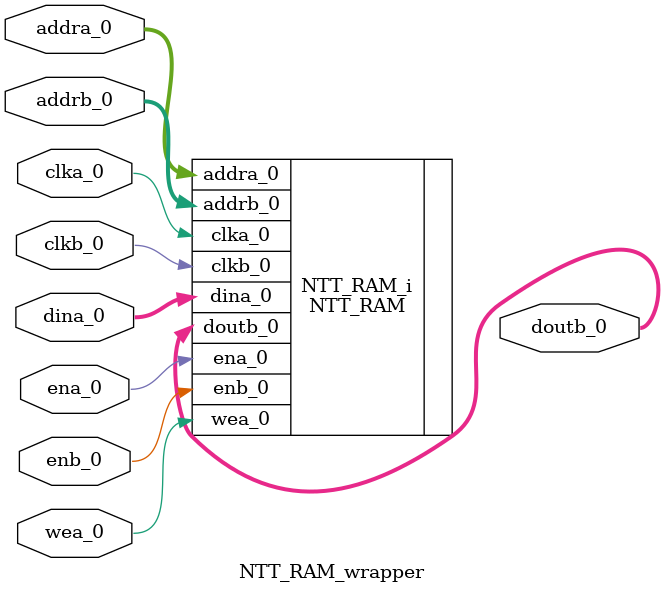
<source format=v>
`timescale 1 ps / 1 ps

module NTT_RAM_wrapper
   (addra_0,
    addrb_0,
    clka_0,
    clkb_0,
    dina_0,
    doutb_0,
    ena_0,
    enb_0,
    wea_0);
  input [4:0]addra_0;
  input [4:0]addrb_0;
  input clka_0;
  input clkb_0;
  input [95:0]dina_0;
  output [95:0]doutb_0;
  input ena_0;
  input enb_0;
  input [0:0]wea_0;

  wire [4:0]addra_0;
  wire [4:0]addrb_0;
  wire clka_0;
  wire clkb_0;
  wire [95:0]dina_0;
  wire [95:0]doutb_0;
  wire ena_0;
  wire enb_0;
  wire [0:0]wea_0;

  NTT_RAM NTT_RAM_i
       (.addra_0(addra_0),
        .addrb_0(addrb_0),
        .clka_0(clka_0),
        .clkb_0(clkb_0),
        .dina_0(dina_0),
        .doutb_0(doutb_0),
        .ena_0(ena_0),
        .enb_0(enb_0),
        .wea_0(wea_0));
endmodule

</source>
